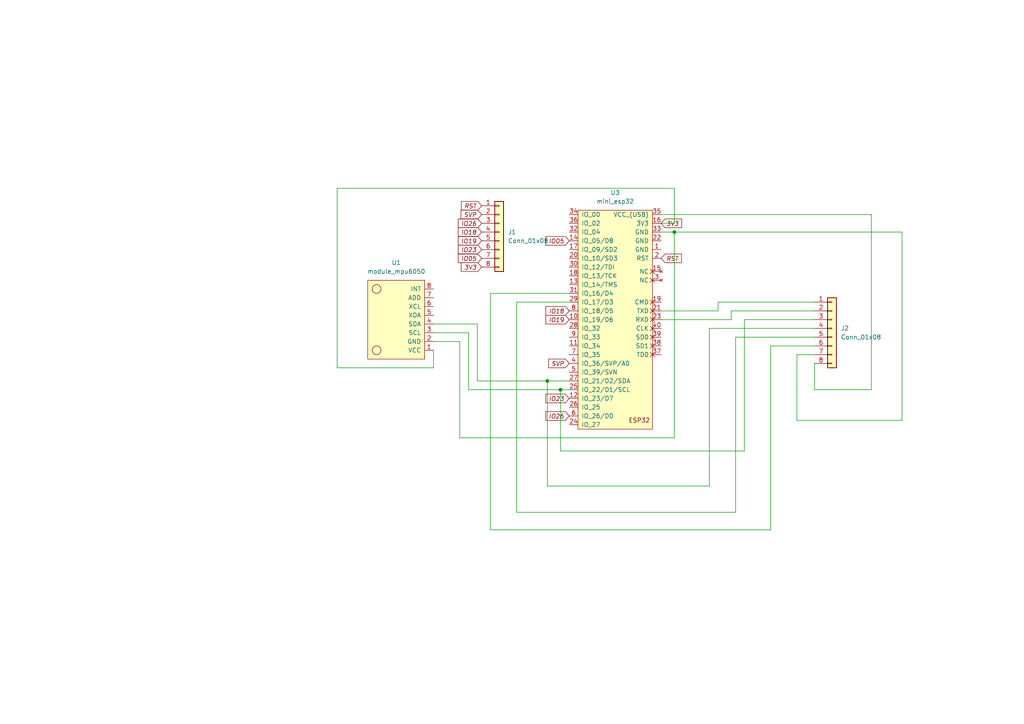
<source format=kicad_sch>
(kicad_sch (version 20211123) (generator eeschema)
  (paper "A4")
  (lib_symbols
    (symbol "Connector_Generic:Conn_01x08" (pin_names (offset 1.016) hide)
      (property "Reference" "J" (at 0 10.16 0))
      (property "Value" "Conn_01x08" (at 0 -12.7 0))
      (symbol "Conn_01x08_1_1"
        (rectangle (start -1.27 -10.033) (end 0 -10.287) (stroke (width 0.1524)))
        (rectangle (start -1.27 -7.493) (end 0 -7.747) (stroke (width 0.1524)))
        (rectangle (start -1.27 -4.953) (end 0 -5.207) (stroke (width 0.1524)))
        (rectangle (start -1.27 -2.413) (end 0 -2.667) (stroke (width 0.1524)))
        (rectangle (start -1.27 0.127) (end 0 -0.127) (stroke (width 0.1524)))
        (rectangle (start -1.27 2.667) (end 0 2.413) (stroke (width 0.1524)))
        (rectangle (start -1.27 5.207) (end 0 4.953) (stroke (width 0.1524)))
        (rectangle (start -1.27 7.747) (end 0 7.493) (stroke (width 0.1524)))
        (rectangle (start -1.27 8.89) (end 1.27 -11.43) (stroke (width 0.254)) (fill (type background)))
        (pin passive line (at -5.08 7.62 0) (length 3.81) (name "Pin_1") (number "1"))
        (pin passive line (at -5.08 5.08 0) (length 3.81) (name "Pin_2") (number "2"))
        (pin passive line (at -5.08 2.54 0) (length 3.81) (name "Pin_3") (number "3"))
        (pin passive line (at -5.08 0 0) (length 3.81) (name "Pin_4") (number "4"))
        (pin passive line (at -5.08 -2.54 0) (length 3.81) (name "Pin_5") (number "5"))
        (pin passive line (at -5.08 -5.08 0) (length 3.81) (name "Pin_6") (number "6"))
        (pin passive line (at -5.08 -7.62 0) (length 3.81) (name "Pin_7") (number "7"))
        (pin passive line (at -5.08 -10.16 0) (length 3.81) (name "Pin_8") (number "8"))
      )
    )
    (symbol "ESP32_mini:mini_esp32" (pin_names (offset 1.016))
      (property "Reference" "U" (at -7.62 -50.8 0))
      (property "Value" "mini_esp32" (at 5.08 -59.69 0))
      (symbol "mini_esp32_0_0"
        (text "ESP32" (at 7.62 -62.23 0) (effects (font (size 1.27 1.27))))
        (pin power_in line (at 13.97 -12.7 180) (length 2.54) (name "GND") (number "1"))
        (pin input line (at 13.97 -15.24 180) (length 2.54) (name "RST") (number "2"))
        (pin no_connect non_logic (at 13.97 -21.59 180) (length 2.54) (name "NC") (number "3"))
        (pin bidirectional line (at -12.7 -45.72 0) (length 2.54) (name "IO_36/SVP/A0") (number "4"))
        (pin bidirectional line (at -12.7 -48.26 0) (length 2.54) (name "IO_39/SVN") (number "5"))
      )
      (symbol "mini_esp32_0_1"
        (rectangle (start -10.16 -1.27) (end 11.43 -64.77) (fill (type background)))
      )
      (symbol "mini_esp32_1_1"
        (pin bidirectional line (at -12.7 -33.02 0) (length 2.54) (name "IO_19/D6") (number "10"))
        (pin bidirectional line (at -12.7 -40.64 0) (length 2.54) (name "IO_34") (number "11"))
        (pin bidirectional line (at -12.7 -55.88 0) (length 2.54) (name "IO_23/D7") (number "12"))
        (pin bidirectional line (at -12.7 -22.86 0) (length 2.54) (name "IO_14/TMS") (number "13"))
        (pin bidirectional line (at -12.7 -10.16 0) (length 2.54) (name "IO_05/D8") (number "14"))
        (pin no_connect non_logic (at 13.97 -19.05 180) (length 2.54) (name "NC") (number "15"))
        (pin power_in line (at 13.97 -5.08 180) (length 2.54) (name "3V3") (number "16"))
        (pin bidirectional line (at -12.7 -12.7 0) (length 2.54) (name "IO_09/SD2") (number "17"))
        (pin bidirectional line (at -12.7 -20.32 0) (length 2.54) (name "IO_13/TCK") (number "18"))
        (pin passive non_logic (at 13.97 -27.94 180) (length 2.54) (name "CMD") (number "19"))
        (pin bidirectional line (at -12.7 -15.24 0) (length 2.54) (name "IO_10/SD3") (number "20"))
        (pin passive non_logic (at 13.97 -30.48 180) (length 2.54) (name "TXD") (number "21"))
        (pin power_in line (at 13.97 -10.16 180) (length 2.54) (name "GND") (number "22"))
        (pin passive non_logic (at 13.97 -33.02 180) (length 2.54) (name "RXD") (number "23"))
        (pin bidirectional line (at -12.7 -63.5 0) (length 2.54) (name "IO_27") (number "24"))
        (pin bidirectional line (at -12.7 -53.34 0) (length 2.54) (name "IO_22/D1/SCL") (number "25"))
        (pin bidirectional line (at -12.7 -58.42 0) (length 2.54) (name "IO_25") (number "26"))
        (pin bidirectional line (at -12.7 -50.8 0) (length 2.54) (name "IO_21/D2/SDA") (number "27"))
        (pin bidirectional line (at -12.7 -35.56 0) (length 2.54) (name "IO_32") (number "28"))
        (pin bidirectional line (at -12.7 -27.94 0) (length 2.54) (name "IO_17/D3") (number "29"))
        (pin bidirectional line (at -12.7 -17.78 0) (length 2.54) (name "IO_12/TDI") (number "30"))
        (pin bidirectional line (at -12.7 -25.4 0) (length 2.54) (name "IO_16/D4") (number "31"))
        (pin bidirectional line (at -12.7 -7.62 0) (length 2.54) (name "IO_04") (number "32"))
        (pin power_in line (at 13.97 -7.62 180) (length 2.54) (name "GND") (number "33"))
        (pin bidirectional line (at -12.7 -2.54 0) (length 2.54) (name "IO_00") (number "34"))
        (pin power_in line (at 13.97 -2.54 180) (length 2.54) (name "VCC_(USB)") (number "35"))
        (pin bidirectional line (at -12.7 -5.08 0) (length 2.54) (name "IO_02") (number "36"))
        (pin passive non_logic (at 13.97 -43.18 180) (length 2.54) (name "TD0") (number "37"))
        (pin passive non_logic (at 13.97 -40.64 180) (length 2.54) (name "SD1") (number "38"))
        (pin passive non_logic (at 13.97 -38.1 180) (length 2.54) (name "SD0") (number "39"))
        (pin passive non_logic (at 13.97 -35.56 180) (length 2.54) (name "CLK") (number "40"))
        (pin bidirectional line (at -12.7 -60.96 0) (length 2.54) (name "IO_26/D0") (number "6"))
        (pin bidirectional line (at -12.7 -43.18 0) (length 2.54) (name "IO_35") (number "7"))
        (pin bidirectional line (at -12.7 -30.48 0) (length 2.54) (name "IO_18/D5") (number "8"))
        (pin bidirectional line (at -12.7 -38.1 0) (length 2.54) (name "IO_33") (number "9"))
      )
    )
    (symbol "usini_sensors:module_mpu6050" (pin_names (offset 1.016))
      (property "Reference" "U" (at 2.54 21.59 0))
      (property "Value" "module_mpu6050" (at 11.43 -3.81 0))
      (symbol "module_mpu6050_0_1"
        (rectangle (start 2.54 20.32) (end 19.05 -2.54) (fill (type background)))
        (circle (center 16.51 0) (radius 1.27))
        (circle (center 16.51 17.78) (radius 1.27))
      )
      (symbol "module_mpu6050_1_1"
        (pin input line (at 0 17.78 0) (length 2.54) (name "VCC") (number "1"))
        (pin input line (at 0 15.24 0) (length 2.54) (name "GND") (number "2"))
        (pin input line (at 0 12.7 0) (length 2.54) (name "SCL") (number "3"))
        (pin input line (at 0 10.16 0) (length 2.54) (name "SDA") (number "4"))
        (pin input line (at 0 7.62 0) (length 2.54) (name "XDA") (number "5"))
        (pin input line (at 0 5.08 0) (length 2.54) (name "XCL") (number "6"))
        (pin input line (at 0 2.54 0) (length 2.54) (name "ADD") (number "7"))
        (pin input line (at 0 0 0) (length 2.54) (name "INT") (number "8"))
      )
    )
  )
  (junction (at 158.75 110.49))
  (junction (at 195.58 67.31))
  (junction (at 162.56 113.03))
  (wire (pts (xy 165.1 87.63) (xy 149.86 87.63)))
  (wire (pts (xy 223.52 153.67) (xy 223.52 100.33)))
  (wire (pts (xy 191.77 90.17) (xy 208.28 90.17)))
  (wire (pts (xy 213.36 97.79) (xy 236.22 97.79)))
  (wire (pts (xy 212.09 92.71) (xy 212.09 90.17)))
  (wire (pts (xy 213.36 148.59) (xy 213.36 97.79)))
  (wire (pts (xy 195.58 54.61) (xy 97.79 54.61)))
  (wire (pts (xy 142.24 85.09) (xy 142.24 153.67)))
  (wire (pts (xy 252.73 113.03) (xy 236.22 113.03)))
  (wire (pts (xy 236.22 92.71) (xy 215.9 92.71)))
  (wire (pts (xy 158.75 110.49) (xy 138.43 110.49)))
  (wire (pts (xy 191.77 67.31) (xy 195.58 67.31)))
  (wire (pts (xy 135.89 113.03) (xy 135.89 96.52)))
  (wire (pts (xy 231.14 102.87) (xy 231.14 121.92)))
  (wire (pts (xy 208.28 90.17) (xy 208.28 87.63)))
  (wire (pts (xy 261.62 121.92) (xy 261.62 67.31)))
  (wire (pts (xy 215.9 92.71) (xy 215.9 130.81)))
  (wire (pts (xy 231.14 121.92) (xy 261.62 121.92)))
  (wire (pts (xy 125.73 106.68) (xy 125.73 101.6)))
  (wire (pts (xy 205.74 140.97) (xy 158.75 140.97)))
  (wire (pts (xy 142.24 153.67) (xy 223.52 153.67)))
  (wire (pts (xy 236.22 102.87) (xy 231.14 102.87)))
  (wire (pts (xy 208.28 87.63) (xy 236.22 87.63)))
  (wire (pts (xy 205.74 95.25) (xy 205.74 140.97)))
  (wire (pts (xy 138.43 93.98) (xy 125.73 93.98)))
  (wire (pts (xy 236.22 95.25) (xy 205.74 95.25)))
  (wire (pts (xy 133.35 127) (xy 133.35 99.06)))
  (wire (pts (xy 133.35 99.06) (xy 125.73 99.06)))
  (wire (pts (xy 97.79 106.68) (xy 125.73 106.68)))
  (wire (pts (xy 195.58 64.77) (xy 195.58 54.61)))
  (wire (pts (xy 165.1 85.09) (xy 142.24 85.09)))
  (wire (pts (xy 252.73 62.23) (xy 252.73 113.03)))
  (wire (pts (xy 97.79 54.61) (xy 97.79 106.68)))
  (wire (pts (xy 149.86 87.63) (xy 149.86 148.59)))
  (wire (pts (xy 149.86 148.59) (xy 213.36 148.59)))
  (wire (pts (xy 138.43 110.49) (xy 138.43 93.98)))
  (wire (pts (xy 195.58 67.31) (xy 195.58 127)))
  (wire (pts (xy 191.77 62.23) (xy 252.73 62.23)))
  (wire (pts (xy 195.58 127) (xy 133.35 127)))
  (wire (pts (xy 191.77 64.77) (xy 195.58 64.77)))
  (wire (pts (xy 215.9 130.81) (xy 162.56 130.81)))
  (wire (pts (xy 236.22 113.03) (xy 236.22 105.41)))
  (wire (pts (xy 162.56 113.03) (xy 135.89 113.03)))
  (wire (pts (xy 212.09 90.17) (xy 236.22 90.17)))
  (wire (pts (xy 223.52 100.33) (xy 236.22 100.33)))
  (wire (pts (xy 158.75 140.97) (xy 158.75 110.49)))
  (wire (pts (xy 162.56 130.81) (xy 162.56 113.03)))
  (wire (pts (xy 261.62 67.31) (xy 195.58 67.31)))
  (wire (pts (xy 165.1 110.49) (xy 158.75 110.49)))
  (wire (pts (xy 191.77 92.71) (xy 212.09 92.71)))
  (wire (pts (xy 135.89 96.52) (xy 125.73 96.52)))
  (wire (pts (xy 165.1 113.03) (xy 162.56 113.03)))
  (global_label "IO26" (shape input) (at 139.7 64.77 180) (effects (font italic)) (property "Intersheet References" "${INTERSHEET_REFS}" (effects hide)))
  (global_label "IO19" (shape input) (at 165.1 92.71 180) (effects (font italic)) (property "Intersheet References" "${INTERSHEET_REFS}" (effects hide)))
  (global_label "SVP" (shape input) (at 165.1 105.41 180) (effects (font italic)) (property "Intersheet References" "${INTERSHEET_REFS}" (effects hide)))
  (global_label "IO05" (shape input) (at 139.7 74.93 180) (effects (font italic)) (property "Intersheet References" "${INTERSHEET_REFS}" (effects hide)))
  (global_label "3V3" (shape input) (at 139.7 77.47 180) (effects (font italic)) (property "Intersheet References" "${INTERSHEET_REFS}" (effects hide)))
  (global_label "RST" (shape input) (at 139.7 59.69 180) (effects (font italic)) (property "Intersheet References" "${INTERSHEET_REFS}" (effects hide)))
  (global_label "IO18" (shape input) (at 139.7 67.31 180) (effects (font italic)) (property "Intersheet References" "${INTERSHEET_REFS}" (effects hide)))
  (global_label "IO23" (shape input) (at 165.1 115.57 180) (effects (font italic)) (property "Intersheet References" "${INTERSHEET_REFS}" (effects hide)))
  (global_label "RST" (shape input) (at 191.77 74.93 0) (effects (font italic)) (property "Intersheet References" "${INTERSHEET_REFS}" (effects hide)))
  (global_label "IO23" (shape input) (at 139.7 72.39 180) (effects (font italic)) (property "Intersheet References" "${INTERSHEET_REFS}" (effects hide)))
  (global_label "IO19" (shape input) (at 139.7 69.85 180) (effects (font italic)) (property "Intersheet References" "${INTERSHEET_REFS}" (effects hide)))
  (global_label "IO05" (shape input) (at 165.1 69.85 180) (effects (font italic)) (property "Intersheet References" "${INTERSHEET_REFS}" (effects hide)))
  (global_label "SVP" (shape input) (at 139.7 62.23 180) (effects (font italic)) (property "Intersheet References" "${INTERSHEET_REFS}" (effects hide)))
  (global_label "3V3" (shape input) (at 191.77 64.77 0) (effects (font italic)) (property "Intersheet References" "${INTERSHEET_REFS}" (effects hide)))
  (global_label "IO18" (shape input) (at 165.1 90.17 180) (effects (font italic)) (property "Intersheet References" "${INTERSHEET_REFS}" (effects hide)))
  (global_label "IO26" (shape input) (at 165.1 120.65 180) (effects (font italic)) (property "Intersheet References" "${INTERSHEET_REFS}" (effects hide)))
  (symbol (lib_id "usini_sensors:module_mpu6050") (at 125.73 83.82 180) (unit 1)
    (property "Reference" "U1" (at 114.935 76.2 0))
    (property "Value" "module_mpu6050" (at 114.935 78.74 0))
    (property "Footprint" "usini_sensors:module_mpu6050" (effects hide))
  )
  (symbol (lib_id "Connector_Generic:Conn_01x08") (at 144.78 67.31 0) (unit 1)
    (property "Reference" "J1" (at 147.32 67.3099 0) (effects (justify left)))
    (property "Value" "Conn_01x08" (at 147.32 69.8499 0) (effects (justify left)))
    (property "Footprint" "Connector_PinSocket_2.54mm:PinSocket_1x08_P2.54mm_Vertical" (effects hide))
  )
  (symbol (lib_id "ESP32_mini:mini_esp32") (at 177.8 59.69 0) (unit 1)
    (property "Reference" "U3" (at 178.435 55.88 0))
    (property "Value" "mini_esp32" (at 178.435 58.42 0))
    (property "Footprint" "ESP32_mini:ESP32_mini" (effects hide))
  )
  (symbol (lib_id "Connector_Generic:Conn_01x08") (at 241.3 95.25 0) (unit 1)
    (property "Reference" "J2" (at 243.84 95.2499 0) (effects (justify left)))
    (property "Value" "Conn_01x08" (at 243.84 97.7899 0) (effects (justify left)))
    (property "Footprint" "Connector_PinSocket_2.54mm:PinSocket_1x08_P2.54mm_Vertical" (effects hide))
  )
)
</source>
